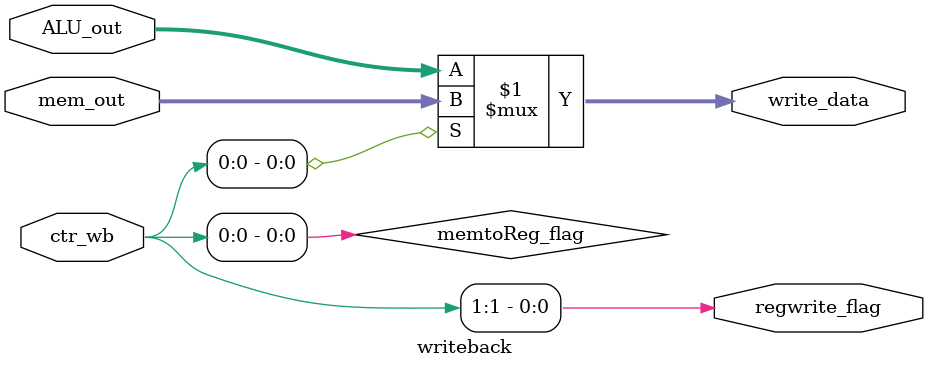
<source format=v>
`timescale 1ns / 1ps


module writeback(
input wire [1:0]        ctr_wb,
input wire [31:0]       mem_out,
input wire [31:0]       ALU_out,
output wire [31:0]      write_data,
output wire             regwrite_flag
    );
    
    wire memtoReg_flag;
    assign memtoReg_flag = ctr_wb[0];
    assign regwrite_flag = ctr_wb[1];
    
    assign write_data = (memtoReg_flag) ? mem_out : ALU_out;
  
endmodule

</source>
